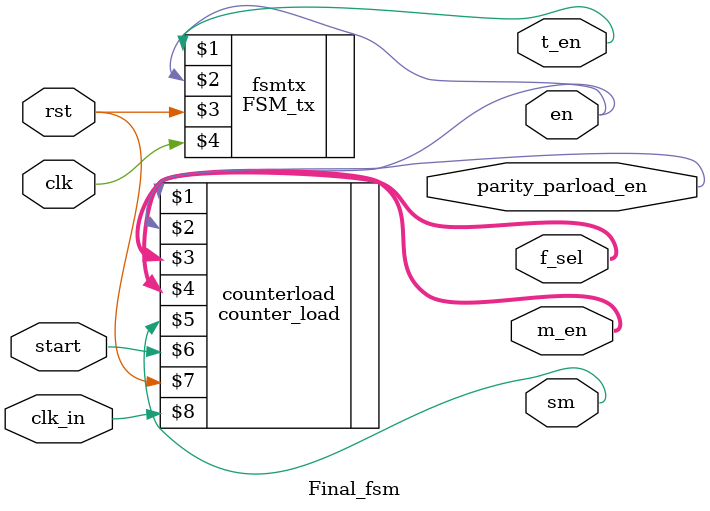
<source format=v>
`timescale 1ns / 1ps


//module Final_fsm(en,parity_parload_en,p_en,t_en,f_sel,m_en,sm,start,rst,clk_in,clk);
module Final_fsm(en,parity_parload_en,t_en,f_sel,m_en,sm,start,rst,clk_in,clk);
parameter K=32;//1024
parameter K_N=256;

parameter Lm=32;
parameter La=8;
parameter MSEL_BITSIZE = 2;//log2(K/(Lm*La))

output en,parity_parload_en;
//output p_en;
output t_en,sm;//  t_en for transmission mux ,sm for data mux;
output [1:0] f_sel;
output[MSEL_BITSIZE-1:0] m_en; // for selecting message and corressponding circulant matrix 
input start,rst,clk_in,clk;
wire en;

defparam fsmtx.K=K,fsmtx.N_K=K_N;
FSM_tx fsmtx(t_en,en,rst,clk);

defparam counterload.K=K, counterload.Lm=Lm, counterload.La=La, counterload.MSEL_BITSIZE = MSEL_BITSIZE;
counter_load counterload(en,parity_parload_en,f_sel,m_en,sm,start,rst,clk_in);
//parity_load parityload(p_en,en,rst,clk_in);

endmodule
</source>
